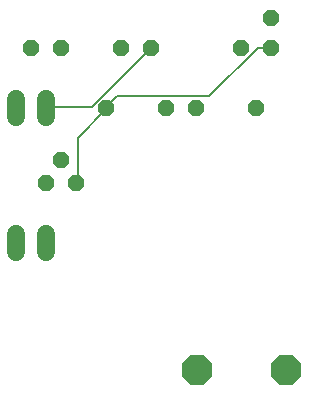
<source format=gbr>
G04 EAGLE Gerber RS-274X export*
G75*
%MOMM*%
%FSLAX34Y34*%
%LPD*%
%INBottom Copper*%
%IPPOS*%
%AMOC8*
5,1,8,0,0,1.08239X$1,22.5*%
G01*
%ADD10P,2.749271X8X22.500000*%
%ADD11C,1.524000*%
%ADD12P,1.429621X8X22.500000*%
%ADD13C,0.152400*%


D10*
X191008Y184150D03*
X266192Y184150D03*
D11*
X38100Y284480D02*
X38100Y299720D01*
X63500Y299720D02*
X63500Y284480D01*
D12*
X50800Y457200D03*
X76200Y457200D03*
X127000Y457200D03*
X152400Y457200D03*
D11*
X38100Y414020D02*
X38100Y398780D01*
X63500Y398780D02*
X63500Y414020D01*
D12*
X88900Y342900D03*
X76200Y361950D03*
X63500Y342900D03*
X228600Y457200D03*
X254000Y457200D03*
X254000Y482600D03*
X190500Y406400D03*
X241300Y406400D03*
X114300Y406400D03*
X165100Y406400D03*
D13*
X89916Y381000D02*
X89916Y342900D01*
X89916Y381000D02*
X114300Y405384D01*
X89916Y342900D02*
X88900Y342900D01*
X114300Y405384D02*
X114300Y406400D01*
X242316Y457200D02*
X254000Y457200D01*
X242316Y457200D02*
X201168Y416052D01*
X123444Y416052D01*
X114300Y406908D01*
X114300Y406400D01*
X102108Y406908D02*
X64008Y406908D01*
X102108Y406908D02*
X152400Y457200D01*
X64008Y406908D02*
X63500Y406400D01*
M02*

</source>
